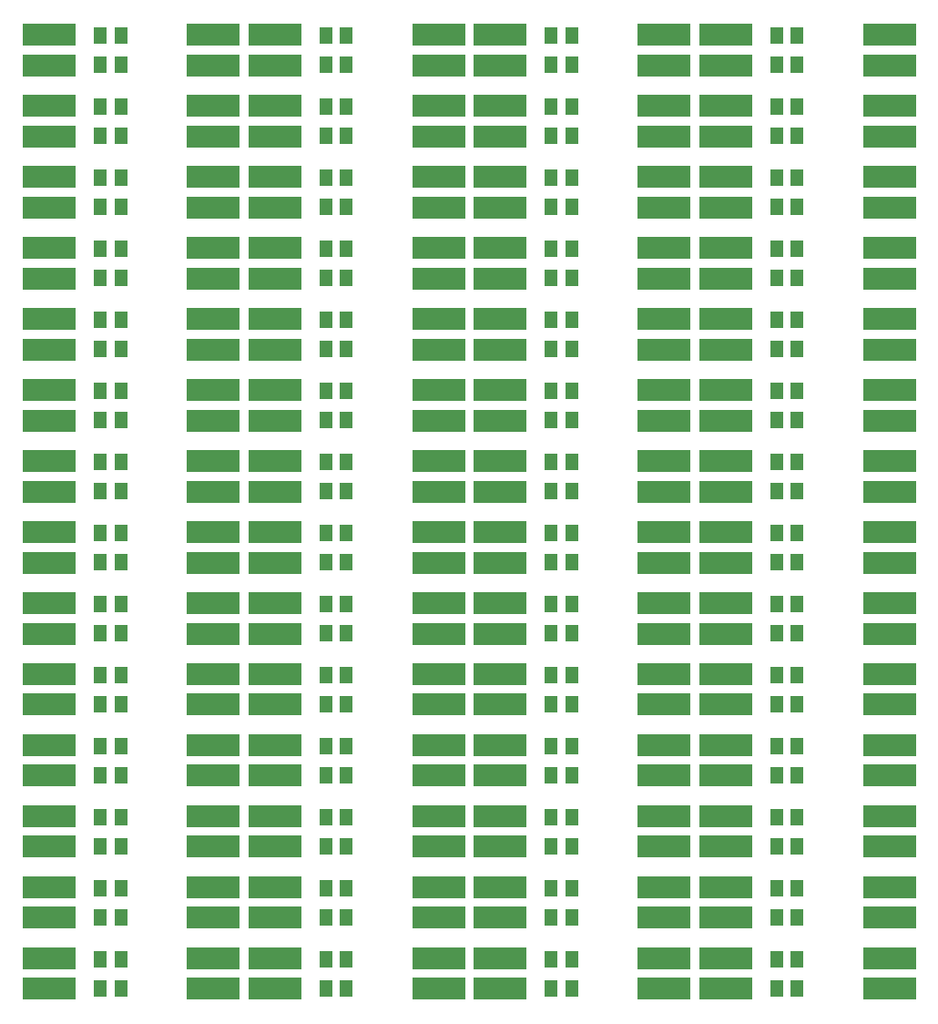
<source format=gbr>
%FSLAX34Y34*%
%MOMM*%
%LNSMDMASK_BOTTOM*%
G71*
G01*
%ADD10R, 5.000X2.000*%
%ADD11R, 1.300X1.600*%
%LPD*%
X33332Y947083D02*
G54D10*
D03*
X33332Y975658D02*
G54D10*
D03*
X80962Y974725D02*
G54D11*
D03*
X99962Y974725D02*
G54D11*
D03*
X80962Y947738D02*
G54D11*
D03*
X99962Y947738D02*
G54D11*
D03*
X185732Y947083D02*
G54D10*
D03*
X185732Y975658D02*
G54D10*
D03*
X242882Y947083D02*
G54D10*
D03*
X242882Y975658D02*
G54D10*
D03*
X290512Y974725D02*
G54D11*
D03*
X309512Y974725D02*
G54D11*
D03*
X290512Y947738D02*
G54D11*
D03*
X309512Y947738D02*
G54D11*
D03*
X395282Y947083D02*
G54D10*
D03*
X395282Y975658D02*
G54D10*
D03*
X452432Y947083D02*
G54D10*
D03*
X452432Y975658D02*
G54D10*
D03*
X500062Y974725D02*
G54D11*
D03*
X519062Y974725D02*
G54D11*
D03*
X500062Y947738D02*
G54D11*
D03*
X519062Y947738D02*
G54D11*
D03*
X604832Y947083D02*
G54D10*
D03*
X604832Y975658D02*
G54D10*
D03*
X661982Y947083D02*
G54D10*
D03*
X661982Y975658D02*
G54D10*
D03*
X709612Y974725D02*
G54D11*
D03*
X728612Y974725D02*
G54D11*
D03*
X709612Y947738D02*
G54D11*
D03*
X728612Y947738D02*
G54D11*
D03*
X814382Y947083D02*
G54D10*
D03*
X814382Y975658D02*
G54D10*
D03*
X33332Y881063D02*
G54D10*
D03*
X33332Y909638D02*
G54D10*
D03*
X80962Y908705D02*
G54D11*
D03*
X99962Y908705D02*
G54D11*
D03*
X80962Y881717D02*
G54D11*
D03*
X99962Y881717D02*
G54D11*
D03*
X185732Y881063D02*
G54D10*
D03*
X185732Y909638D02*
G54D10*
D03*
X242882Y881063D02*
G54D10*
D03*
X242882Y909638D02*
G54D10*
D03*
X290512Y908705D02*
G54D11*
D03*
X309512Y908705D02*
G54D11*
D03*
X290512Y881717D02*
G54D11*
D03*
X309512Y881717D02*
G54D11*
D03*
X395282Y881063D02*
G54D10*
D03*
X395282Y909638D02*
G54D10*
D03*
X452432Y881063D02*
G54D10*
D03*
X452432Y909638D02*
G54D10*
D03*
X500062Y908705D02*
G54D11*
D03*
X519062Y908705D02*
G54D11*
D03*
X500062Y881717D02*
G54D11*
D03*
X519062Y881717D02*
G54D11*
D03*
X604832Y881063D02*
G54D10*
D03*
X604832Y909638D02*
G54D10*
D03*
X661982Y881063D02*
G54D10*
D03*
X661982Y909638D02*
G54D10*
D03*
X709612Y908705D02*
G54D11*
D03*
X728612Y908705D02*
G54D11*
D03*
X709612Y881717D02*
G54D11*
D03*
X728612Y881717D02*
G54D11*
D03*
X814382Y881063D02*
G54D10*
D03*
X814382Y909638D02*
G54D10*
D03*
X33332Y815043D02*
G54D10*
D03*
X33332Y843617D02*
G54D10*
D03*
X80962Y842685D02*
G54D11*
D03*
X99962Y842685D02*
G54D11*
D03*
X80962Y815697D02*
G54D11*
D03*
X99962Y815697D02*
G54D11*
D03*
X185732Y815043D02*
G54D10*
D03*
X185732Y843617D02*
G54D10*
D03*
X242882Y815043D02*
G54D10*
D03*
X242882Y843617D02*
G54D10*
D03*
X290512Y842685D02*
G54D11*
D03*
X309512Y842685D02*
G54D11*
D03*
X290512Y815697D02*
G54D11*
D03*
X309512Y815697D02*
G54D11*
D03*
X395282Y815043D02*
G54D10*
D03*
X395282Y843617D02*
G54D10*
D03*
X452432Y815043D02*
G54D10*
D03*
X452432Y843617D02*
G54D10*
D03*
X500062Y842685D02*
G54D11*
D03*
X519062Y842685D02*
G54D11*
D03*
X500062Y815697D02*
G54D11*
D03*
X519062Y815697D02*
G54D11*
D03*
X604832Y815043D02*
G54D10*
D03*
X604832Y843617D02*
G54D10*
D03*
X661982Y815043D02*
G54D10*
D03*
X661982Y843617D02*
G54D10*
D03*
X709612Y842685D02*
G54D11*
D03*
X728612Y842685D02*
G54D11*
D03*
X709612Y815697D02*
G54D11*
D03*
X728612Y815697D02*
G54D11*
D03*
X814382Y815043D02*
G54D10*
D03*
X814382Y843617D02*
G54D10*
D03*
X33332Y749023D02*
G54D10*
D03*
X33332Y777597D02*
G54D10*
D03*
X80962Y776665D02*
G54D11*
D03*
X99962Y776665D02*
G54D11*
D03*
X80962Y749677D02*
G54D11*
D03*
X99962Y749677D02*
G54D11*
D03*
X185732Y749023D02*
G54D10*
D03*
X185732Y777597D02*
G54D10*
D03*
X242882Y749023D02*
G54D10*
D03*
X242882Y777597D02*
G54D10*
D03*
X290512Y776665D02*
G54D11*
D03*
X309512Y776665D02*
G54D11*
D03*
X290512Y749677D02*
G54D11*
D03*
X309512Y749677D02*
G54D11*
D03*
X395282Y749023D02*
G54D10*
D03*
X395282Y777597D02*
G54D10*
D03*
X452432Y749023D02*
G54D10*
D03*
X452432Y777597D02*
G54D10*
D03*
X500062Y776665D02*
G54D11*
D03*
X519062Y776665D02*
G54D11*
D03*
X500062Y749677D02*
G54D11*
D03*
X519062Y749677D02*
G54D11*
D03*
X604832Y749023D02*
G54D10*
D03*
X604832Y777597D02*
G54D10*
D03*
X661982Y749023D02*
G54D10*
D03*
X661982Y777597D02*
G54D10*
D03*
X709612Y776665D02*
G54D11*
D03*
X728612Y776665D02*
G54D11*
D03*
X709612Y749677D02*
G54D11*
D03*
X728612Y749677D02*
G54D11*
D03*
X814382Y749023D02*
G54D10*
D03*
X814382Y777597D02*
G54D10*
D03*
X33332Y683003D02*
G54D10*
D03*
X33332Y711578D02*
G54D10*
D03*
X80962Y710645D02*
G54D11*
D03*
X99962Y710645D02*
G54D11*
D03*
X80962Y683658D02*
G54D11*
D03*
X99962Y683658D02*
G54D11*
D03*
X185732Y683003D02*
G54D10*
D03*
X185732Y711578D02*
G54D10*
D03*
X242882Y683003D02*
G54D10*
D03*
X242882Y711578D02*
G54D10*
D03*
X290512Y710645D02*
G54D11*
D03*
X309512Y710645D02*
G54D11*
D03*
X290512Y683658D02*
G54D11*
D03*
X309512Y683658D02*
G54D11*
D03*
X395282Y683003D02*
G54D10*
D03*
X395282Y711578D02*
G54D10*
D03*
X452432Y683003D02*
G54D10*
D03*
X452432Y711578D02*
G54D10*
D03*
X500062Y710645D02*
G54D11*
D03*
X519062Y710645D02*
G54D11*
D03*
X500062Y683658D02*
G54D11*
D03*
X519062Y683658D02*
G54D11*
D03*
X604832Y683003D02*
G54D10*
D03*
X604832Y711578D02*
G54D10*
D03*
X661982Y683003D02*
G54D10*
D03*
X661982Y711578D02*
G54D10*
D03*
X709612Y710645D02*
G54D11*
D03*
X728612Y710645D02*
G54D11*
D03*
X709612Y683658D02*
G54D11*
D03*
X728612Y683658D02*
G54D11*
D03*
X814382Y683003D02*
G54D10*
D03*
X814382Y711578D02*
G54D10*
D03*
X33332Y616983D02*
G54D10*
D03*
X33332Y645558D02*
G54D10*
D03*
X80962Y644625D02*
G54D11*
D03*
X99962Y644625D02*
G54D11*
D03*
X80962Y617638D02*
G54D11*
D03*
X99962Y617638D02*
G54D11*
D03*
X185732Y616983D02*
G54D10*
D03*
X185732Y645558D02*
G54D10*
D03*
X242882Y616983D02*
G54D10*
D03*
X242882Y645558D02*
G54D10*
D03*
X290512Y644625D02*
G54D11*
D03*
X309512Y644625D02*
G54D11*
D03*
X290512Y617638D02*
G54D11*
D03*
X309512Y617638D02*
G54D11*
D03*
X395282Y616983D02*
G54D10*
D03*
X395282Y645558D02*
G54D10*
D03*
X452432Y616983D02*
G54D10*
D03*
X452432Y645558D02*
G54D10*
D03*
X500062Y644625D02*
G54D11*
D03*
X519062Y644625D02*
G54D11*
D03*
X500062Y617638D02*
G54D11*
D03*
X519062Y617638D02*
G54D11*
D03*
X604832Y616983D02*
G54D10*
D03*
X604832Y645558D02*
G54D10*
D03*
X661982Y616983D02*
G54D10*
D03*
X661982Y645558D02*
G54D10*
D03*
X709612Y644625D02*
G54D11*
D03*
X728612Y644625D02*
G54D11*
D03*
X709612Y617638D02*
G54D11*
D03*
X728612Y617638D02*
G54D11*
D03*
X814382Y616983D02*
G54D10*
D03*
X814382Y645558D02*
G54D10*
D03*
X33332Y550963D02*
G54D10*
D03*
X33332Y579538D02*
G54D10*
D03*
X80962Y578605D02*
G54D11*
D03*
X99962Y578605D02*
G54D11*
D03*
X80962Y551618D02*
G54D11*
D03*
X99962Y551618D02*
G54D11*
D03*
X185732Y550963D02*
G54D10*
D03*
X185732Y579538D02*
G54D10*
D03*
X242882Y550963D02*
G54D10*
D03*
X242882Y579538D02*
G54D10*
D03*
X290512Y578605D02*
G54D11*
D03*
X309512Y578605D02*
G54D11*
D03*
X290512Y551618D02*
G54D11*
D03*
X309512Y551618D02*
G54D11*
D03*
X395282Y550963D02*
G54D10*
D03*
X395282Y579538D02*
G54D10*
D03*
X452432Y550963D02*
G54D10*
D03*
X452432Y579538D02*
G54D10*
D03*
X500062Y578605D02*
G54D11*
D03*
X519062Y578605D02*
G54D11*
D03*
X500062Y551618D02*
G54D11*
D03*
X519062Y551618D02*
G54D11*
D03*
X604832Y550963D02*
G54D10*
D03*
X604832Y579538D02*
G54D10*
D03*
X661982Y550963D02*
G54D10*
D03*
X661982Y579538D02*
G54D10*
D03*
X709612Y578605D02*
G54D11*
D03*
X728612Y578605D02*
G54D11*
D03*
X709612Y551618D02*
G54D11*
D03*
X728612Y551618D02*
G54D11*
D03*
X814382Y550963D02*
G54D10*
D03*
X814382Y579538D02*
G54D10*
D03*
X33332Y484943D02*
G54D10*
D03*
X33332Y513518D02*
G54D10*
D03*
X80962Y512585D02*
G54D11*
D03*
X99962Y512585D02*
G54D11*
D03*
X80962Y485598D02*
G54D11*
D03*
X99962Y485598D02*
G54D11*
D03*
X185732Y484943D02*
G54D10*
D03*
X185732Y513518D02*
G54D10*
D03*
X242882Y484943D02*
G54D10*
D03*
X242882Y513518D02*
G54D10*
D03*
X290512Y512585D02*
G54D11*
D03*
X309512Y512585D02*
G54D11*
D03*
X290512Y485598D02*
G54D11*
D03*
X309512Y485598D02*
G54D11*
D03*
X395282Y484943D02*
G54D10*
D03*
X395282Y513518D02*
G54D10*
D03*
X452432Y484943D02*
G54D10*
D03*
X452432Y513518D02*
G54D10*
D03*
X500062Y512585D02*
G54D11*
D03*
X519062Y512585D02*
G54D11*
D03*
X500062Y485598D02*
G54D11*
D03*
X519062Y485598D02*
G54D11*
D03*
X604832Y484943D02*
G54D10*
D03*
X604832Y513518D02*
G54D10*
D03*
X661982Y484943D02*
G54D10*
D03*
X661982Y513518D02*
G54D10*
D03*
X709612Y512585D02*
G54D11*
D03*
X728612Y512585D02*
G54D11*
D03*
X709612Y485598D02*
G54D11*
D03*
X728612Y485598D02*
G54D11*
D03*
X814382Y484943D02*
G54D10*
D03*
X814382Y513518D02*
G54D10*
D03*
X33332Y418923D02*
G54D10*
D03*
X33332Y447498D02*
G54D10*
D03*
X80962Y446565D02*
G54D11*
D03*
X99962Y446565D02*
G54D11*
D03*
X80962Y419578D02*
G54D11*
D03*
X99962Y419578D02*
G54D11*
D03*
X185732Y418923D02*
G54D10*
D03*
X185732Y447498D02*
G54D10*
D03*
X242882Y418923D02*
G54D10*
D03*
X242882Y447498D02*
G54D10*
D03*
X290512Y446565D02*
G54D11*
D03*
X309512Y446565D02*
G54D11*
D03*
X290512Y419578D02*
G54D11*
D03*
X309512Y419578D02*
G54D11*
D03*
X395282Y418923D02*
G54D10*
D03*
X395282Y447498D02*
G54D10*
D03*
X452432Y418923D02*
G54D10*
D03*
X452432Y447498D02*
G54D10*
D03*
X500062Y446565D02*
G54D11*
D03*
X519062Y446565D02*
G54D11*
D03*
X500062Y419578D02*
G54D11*
D03*
X519062Y419578D02*
G54D11*
D03*
X604832Y418923D02*
G54D10*
D03*
X604832Y447498D02*
G54D10*
D03*
X661982Y418923D02*
G54D10*
D03*
X661982Y447498D02*
G54D10*
D03*
X709612Y446565D02*
G54D11*
D03*
X728612Y446565D02*
G54D11*
D03*
X709612Y419578D02*
G54D11*
D03*
X728612Y419578D02*
G54D11*
D03*
X814382Y418923D02*
G54D10*
D03*
X814382Y447498D02*
G54D10*
D03*
X33332Y352903D02*
G54D10*
D03*
X33332Y381478D02*
G54D10*
D03*
X80962Y380545D02*
G54D11*
D03*
X99962Y380545D02*
G54D11*
D03*
X80962Y353558D02*
G54D11*
D03*
X99962Y353558D02*
G54D11*
D03*
X185732Y352903D02*
G54D10*
D03*
X185732Y381478D02*
G54D10*
D03*
X242882Y352903D02*
G54D10*
D03*
X242882Y381478D02*
G54D10*
D03*
X290512Y380545D02*
G54D11*
D03*
X309512Y380545D02*
G54D11*
D03*
X290512Y353558D02*
G54D11*
D03*
X309512Y353558D02*
G54D11*
D03*
X395282Y352903D02*
G54D10*
D03*
X395282Y381478D02*
G54D10*
D03*
X452432Y352903D02*
G54D10*
D03*
X452432Y381478D02*
G54D10*
D03*
X500062Y380545D02*
G54D11*
D03*
X519062Y380545D02*
G54D11*
D03*
X500062Y353558D02*
G54D11*
D03*
X519062Y353558D02*
G54D11*
D03*
X604832Y352903D02*
G54D10*
D03*
X604832Y381478D02*
G54D10*
D03*
X661982Y352903D02*
G54D10*
D03*
X661982Y381478D02*
G54D10*
D03*
X709612Y380545D02*
G54D11*
D03*
X728612Y380545D02*
G54D11*
D03*
X709612Y353558D02*
G54D11*
D03*
X728612Y353558D02*
G54D11*
D03*
X814382Y352903D02*
G54D10*
D03*
X814382Y381478D02*
G54D10*
D03*
X33332Y286883D02*
G54D10*
D03*
X33332Y315458D02*
G54D10*
D03*
X80962Y314525D02*
G54D11*
D03*
X99962Y314525D02*
G54D11*
D03*
X80962Y287538D02*
G54D11*
D03*
X99962Y287538D02*
G54D11*
D03*
X185732Y286883D02*
G54D10*
D03*
X185732Y315458D02*
G54D10*
D03*
X242882Y286883D02*
G54D10*
D03*
X242882Y315458D02*
G54D10*
D03*
X290512Y314525D02*
G54D11*
D03*
X309512Y314525D02*
G54D11*
D03*
X290512Y287538D02*
G54D11*
D03*
X309512Y287538D02*
G54D11*
D03*
X395282Y286883D02*
G54D10*
D03*
X395282Y315458D02*
G54D10*
D03*
X452432Y286883D02*
G54D10*
D03*
X452432Y315458D02*
G54D10*
D03*
X500062Y314525D02*
G54D11*
D03*
X519062Y314525D02*
G54D11*
D03*
X500062Y287538D02*
G54D11*
D03*
X519062Y287538D02*
G54D11*
D03*
X604832Y286883D02*
G54D10*
D03*
X604832Y315458D02*
G54D10*
D03*
X661982Y286883D02*
G54D10*
D03*
X661982Y315458D02*
G54D10*
D03*
X709612Y314525D02*
G54D11*
D03*
X728612Y314525D02*
G54D11*
D03*
X709612Y287538D02*
G54D11*
D03*
X728612Y287538D02*
G54D11*
D03*
X814382Y286883D02*
G54D10*
D03*
X814382Y315458D02*
G54D10*
D03*
X33332Y220863D02*
G54D10*
D03*
X33332Y249438D02*
G54D10*
D03*
X80962Y248505D02*
G54D11*
D03*
X99962Y248505D02*
G54D11*
D03*
X80962Y221518D02*
G54D11*
D03*
X99962Y221518D02*
G54D11*
D03*
X185732Y220863D02*
G54D10*
D03*
X185732Y249438D02*
G54D10*
D03*
X242882Y220863D02*
G54D10*
D03*
X242882Y249438D02*
G54D10*
D03*
X290512Y248505D02*
G54D11*
D03*
X309512Y248505D02*
G54D11*
D03*
X290512Y221518D02*
G54D11*
D03*
X309512Y221518D02*
G54D11*
D03*
X395282Y220863D02*
G54D10*
D03*
X395282Y249438D02*
G54D10*
D03*
X452432Y220863D02*
G54D10*
D03*
X452432Y249438D02*
G54D10*
D03*
X500062Y248505D02*
G54D11*
D03*
X519062Y248505D02*
G54D11*
D03*
X500062Y221518D02*
G54D11*
D03*
X519062Y221518D02*
G54D11*
D03*
X604832Y220863D02*
G54D10*
D03*
X604832Y249438D02*
G54D10*
D03*
X661982Y220863D02*
G54D10*
D03*
X661982Y249438D02*
G54D10*
D03*
X709612Y248505D02*
G54D11*
D03*
X728612Y248505D02*
G54D11*
D03*
X709612Y221518D02*
G54D11*
D03*
X728612Y221518D02*
G54D11*
D03*
X814382Y220863D02*
G54D10*
D03*
X814382Y249438D02*
G54D10*
D03*
X33332Y154843D02*
G54D10*
D03*
X33332Y183418D02*
G54D10*
D03*
X80962Y182485D02*
G54D11*
D03*
X99962Y182485D02*
G54D11*
D03*
X80962Y155498D02*
G54D11*
D03*
X99962Y155498D02*
G54D11*
D03*
X185732Y154843D02*
G54D10*
D03*
X185732Y183418D02*
G54D10*
D03*
X242882Y154843D02*
G54D10*
D03*
X242882Y183418D02*
G54D10*
D03*
X290512Y182485D02*
G54D11*
D03*
X309512Y182485D02*
G54D11*
D03*
X290512Y155498D02*
G54D11*
D03*
X309512Y155498D02*
G54D11*
D03*
X395282Y154843D02*
G54D10*
D03*
X395282Y183418D02*
G54D10*
D03*
X452432Y154843D02*
G54D10*
D03*
X452432Y183418D02*
G54D10*
D03*
X500062Y182485D02*
G54D11*
D03*
X519062Y182485D02*
G54D11*
D03*
X500062Y155498D02*
G54D11*
D03*
X519062Y155498D02*
G54D11*
D03*
X604832Y154843D02*
G54D10*
D03*
X604832Y183418D02*
G54D10*
D03*
X661982Y154843D02*
G54D10*
D03*
X661982Y183418D02*
G54D10*
D03*
X709612Y182485D02*
G54D11*
D03*
X728612Y182485D02*
G54D11*
D03*
X709612Y155498D02*
G54D11*
D03*
X728612Y155498D02*
G54D11*
D03*
X814382Y154843D02*
G54D10*
D03*
X814382Y183418D02*
G54D10*
D03*
X33332Y88823D02*
G54D10*
D03*
X33332Y117398D02*
G54D10*
D03*
X80962Y116465D02*
G54D11*
D03*
X99962Y116465D02*
G54D11*
D03*
X80962Y89478D02*
G54D11*
D03*
X99962Y89478D02*
G54D11*
D03*
X185732Y88823D02*
G54D10*
D03*
X185732Y117398D02*
G54D10*
D03*
X242882Y88823D02*
G54D10*
D03*
X242882Y117398D02*
G54D10*
D03*
X290512Y116465D02*
G54D11*
D03*
X309512Y116465D02*
G54D11*
D03*
X290512Y89478D02*
G54D11*
D03*
X309512Y89478D02*
G54D11*
D03*
X395282Y88823D02*
G54D10*
D03*
X395282Y117398D02*
G54D10*
D03*
X452432Y88823D02*
G54D10*
D03*
X452432Y117398D02*
G54D10*
D03*
X500062Y116465D02*
G54D11*
D03*
X519062Y116465D02*
G54D11*
D03*
X500062Y89478D02*
G54D11*
D03*
X519062Y89478D02*
G54D11*
D03*
X604832Y88823D02*
G54D10*
D03*
X604832Y117398D02*
G54D10*
D03*
X661982Y88823D02*
G54D10*
D03*
X661982Y117398D02*
G54D10*
D03*
X709612Y116465D02*
G54D11*
D03*
X728612Y116465D02*
G54D11*
D03*
X709612Y89478D02*
G54D11*
D03*
X728612Y89478D02*
G54D11*
D03*
X814382Y88823D02*
G54D10*
D03*
X814382Y117398D02*
G54D10*
D03*
M02*

</source>
